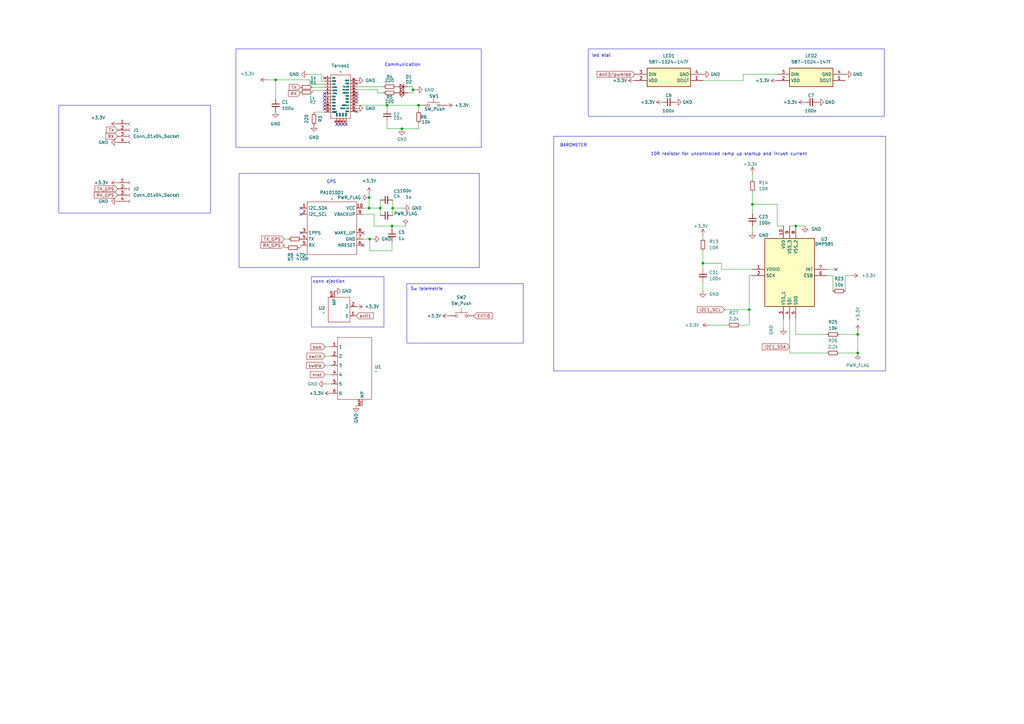
<source format=kicad_sch>
(kicad_sch (version 20250114) (generator "eeschema") (generator_version "9.0")
  (paper "A3")
  (lib_symbols
    (symbol "Connector:Conn_01x04_Socket" (pin_names (offset 1.016) (hide yes))
      (property "Reference" "J" (at 0 5.08 0))
      (property "Value" "Conn_01x04_Socket" (at 0 -7.62 0))
      (symbol "Conn_01x04_Socket_1_1"
        (polyline (pts (xy -1.27 2.54) (xy -0.508 2.54)) (stroke (width 0.1524)))
        (polyline (pts (xy -1.27 0) (xy -0.508 0)) (stroke (width 0.1524)))
        (polyline (pts (xy -1.27 -2.54) (xy -0.508 -2.54)) (stroke (width 0.1524)))
        (polyline (pts (xy -1.27 -5.08) (xy -0.508 -5.08)) (stroke (width 0.1524)))
        (arc (start 0 2.032) (mid -0.5058 2.54) (end 0 3.048) (stroke (width 0.1524)))
        (arc (start 0 -0.508) (mid -0.5058 0) (end 0 0.508) (stroke (width 0.1524)))
        (arc (start 0 -3.048) (mid -0.5058 -2.54) (end 0 -2.032) (stroke (width 0.1524)))
        (arc (start 0 -5.588) (mid -0.5058 -5.08) (end 0 -4.572) (stroke (width 0.1524)))
        (pin passive line (at -5.08 2.54 0) (length 3.81) (name "Pin_1") (number "1"))
        (pin passive line (at -5.08 0 0) (length 3.81) (name "Pin_2") (number "2"))
        (pin passive line (at -5.08 -2.54 0) (length 3.81) (name "Pin_3") (number "3"))
        (pin passive line (at -5.08 -5.08 0) (length 3.81) (name "Pin_4") (number "4"))
      )
    )
    (symbol "Device:C_Small" (pin_numbers (hide yes)) (pin_names (offset 0.254) (hide yes))
      (property "Reference" "C" (at 0.254 1.778 0))
      (property "Value" "C_Small" (at 0.254 -2.032 0))
      (symbol "C_Small_0_1"
        (polyline (pts (xy -1.524 0.508) (xy 1.524 0.508)) (stroke (width 0.3048)))
        (polyline (pts (xy -1.524 -0.508) (xy 1.524 -0.508)) (stroke (width 0.3302)))
      )
      (symbol "C_Small_1_1"
        (pin passive line (at 0 2.54 270) (length 2.032) (name "~") (number "1"))
        (pin passive line (at 0 -2.54 90) (length 2.032) (name "~") (number "2"))
      )
    )
    (symbol "Device:LED_Small" (pin_numbers (hide yes)) (pin_names (offset 0.254) (hide yes))
      (property "Reference" "D" (at -1.27 3.175 0))
      (property "Value" "LED_Small" (at -4.445 -2.54 0))
      (symbol "LED_Small_0_1"
        (polyline (pts (xy -0.762 -1.016) (xy -0.762 1.016)) (stroke (width 0.254)))
        (polyline (pts (xy 0 0.762) (xy -0.508 1.27) (xy -0.254 1.27) (xy -0.508 1.27) (xy -0.508 1.016)))
        (polyline (pts (xy 0.508 1.27) (xy 0 1.778) (xy 0.254 1.778) (xy 0 1.778) (xy 0 1.524)))
        (polyline (pts (xy 0.762 -1.016) (xy -0.762 0) (xy 0.762 1.016) (xy 0.762 -1.016)) (stroke (width 0.254)))
        (polyline (pts (xy 1.016 0) (xy -0.762 0)))
      )
      (symbol "LED_Small_1_1"
        (pin passive line (at -2.54 0 0) (length 1.778) (name "K") (number "1"))
        (pin passive line (at 2.54 0 180) (length 1.778) (name "A") (number "2"))
      )
    )
    (symbol "Device:R_Small" (pin_numbers (hide yes)) (pin_names (offset 0.254) (hide yes))
      (property "Reference" "R" (at 0.762 0.508 0))
      (property "Value" "R_Small" (at 0.762 -1.016 0))
      (symbol "R_Small_0_1"
        (rectangle (start -0.762 1.778) (end 0.762 -1.778) (stroke (width 0.2032)))
      )
      (symbol "R_Small_1_1"
        (pin passive line (at 0 2.54 270) (length 0.762) (name "~") (number "1"))
        (pin passive line (at 0 -2.54 90) (length 0.762) (name "~") (number "2"))
      )
    )
    (symbol "PA1010D:PA1010D"
      (property "Reference" "PA1010D" (at 0 3.048 0))
      (symbol "PA1010D_0_1"
        (rectangle (start -8.89 0) (end 11.43 -21.59))
      )
      (symbol "PA1010D_1_1"
        (pin input line (at -11.43 -2.54 0) (length 2.54) (name "I2C_SDA") (number "1"))
        (pin input line (at -11.43 -5.08 0) (length 2.54) (name "I2C_SCL") (number "2"))
        (pin input line (at -11.43 -12.7 0) (length 2.54) (name "1PPS") (number "3"))
        (pin output line (at -11.43 -15.24 0) (length 2.54) (name "TX") (number "4"))
        (pin input line (at -11.43 -17.78 0) (length 2.54) (name "RX") (number "5"))
        (pin power_in line (at 13.97 -2.54 180) (length 2.54) (name "VCC") (number "10"))
        (pin power_in line (at 13.97 -5.08 180) (length 2.54) (name "VBACKUP") (number "9"))
        (pin input line (at 13.97 -12.7 180) (length 2.54) (name "WAKE_UP") (number "8"))
        (pin power_in line (at 13.97 -15.24 180) (length 2.54) (name "GND") (number "7"))
        (pin input line (at 13.97 -17.78 180) (length 2.54) (name "NRESET") (number "6"))
      )
    )
    (symbol "Switch:SW_Push" (pin_numbers (hide yes)) (pin_names (offset 1.016) (hide yes))
      (property "Reference" "SW" (at 1.27 2.54 0))
      (property "Value" "SW_Push" (at 0 -1.524 0))
      (symbol "SW_Push_0_1"
        (circle (center -2.032 0) (radius 0.508))
        (polyline (pts (xy 0 1.27) (xy 0 3.048)))
        (circle (center 2.032 0) (radius 0.508))
        (polyline (pts (xy 2.54 1.27) (xy -2.54 1.27)))
        (pin passive line (at -5.08 0 0) (length 2.54) (name "1") (number "1"))
        (pin passive line (at 5.08 0 180) (length 2.54) (name "2") (number "2"))
      )
    )
    (symbol "Tarvos III:Tarvos"
      (property "Reference" "Tarvos" (at 0 0 0))
      (symbol "Tarvos_0_1"
        (rectangle (start -3.81 -1.27) (end 4.318 -19.05))
      )
      (symbol "Tarvos_1_1"
        (pin input line (at -6.35 -2.54 0) (length 2.54) (name "ANT") (number "1"))
        (pin input line (at -6.35 -3.81 0) (length 2.54) (name "GND") (number "2"))
        (pin input line (at -6.35 -5.08 0) (length 2.54) (name "VCC") (number "3"))
        (pin input line (at -6.35 -6.35 0) (length 2.54) (name "UTXD") (number "4"))
        (pin input line (at -6.35 -7.62 0) (length 2.54) (name "URXD") (number "5"))
        (pin input line (at -6.35 -8.89 0) (length 2.54) (name "/RTS") (number "6"))
        (pin input line (at -6.35 -10.16 0) (length 2.54) (name "RSV") (number "7"))
        (pin input line (at -6.35 -11.43 0) (length 2.54) (name "RSV") (number "8"))
        (pin input line (at -6.35 -12.7 0) (length 2.54) (name "RSV") (number "9"))
        (pin input line (at -6.35 -13.97 0) (length 2.54) (name "RSV") (number "10"))
        (pin input line (at -6.35 -15.24 0) (length 2.54) (name "RSV") (number "11"))
        (pin input line (at -6.35 -16.51 0) (length 2.54) (name "BOOT") (number "12"))
        (pin input line (at -1.27 -21.59 90) (length 2.54) (name "TEST") (number "i1"))
        (pin input line (at 0 -21.59 90) (length 2.54) (name "TEST") (number "i2"))
        (pin input line (at 1.27 -21.59 90) (length 2.54) (name "TEST") (number "i3"))
        (pin input line (at 2.54 -21.59 90) (length 2.54) (name "TEST") (number "i4"))
        (pin input line (at 6.858 -3.556 180) (length 2.54) (name "GND") (number "23"))
        (pin input line (at 6.858 -4.826 180) (length 2.54) (name "RSV") (number "22"))
        (pin input line (at 6.858 -6.096 180) (length 2.54) (name "TX_IND") (number "21"))
        (pin input line (at 6.858 -7.366 180) (length 2.54) (name "RX_IND") (number "20"))
        (pin input line (at 6.858 -8.636 180) (length 2.54) (name "/RESET") (number "19"))
        (pin input line (at 6.858 -9.906 180) (length 2.54) (name "RSV") (number "18"))
        (pin input line (at 6.858 -11.176 180) (length 2.54) (name "RSV") (number "17"))
        (pin input line (at 6.858 -12.446 180) (length 2.54) (name "RSV") (number "16"))
        (pin input line (at 6.858 -13.716 180) (length 2.54) (name "MODE_1") (number "15"))
        (pin input line (at 6.858 -14.986 180) (length 2.54) (name "WAKE-UP") (number "14"))
        (pin input line (at 6.858 -16.256 180) (length 2.54) (name "RSV") (number "13"))
      )
    )
    (symbol "bmp581:BMP581"
      (property "Reference" "U" (at 26.67 17.78 0))
      (property "Value" "BMP581" (at 26.67 15.24 0))
      (symbol "BMP581_1_1"
        (rectangle (start 5.08 12.7) (end 25.4 -15.24) (stroke (width 0.254)) (fill (type background)))
        (pin passive line (at 0 0 0) (length 5.08) (name "VDDIO") (number "1"))
        (pin passive line (at 0 -2.54 0) (length 5.08) (name "SCK") (number "2"))
        (pin passive line (at 12.7 17.78 270) (length 5.08) (name "VDD") (number "10"))
        (pin passive line (at 12.7 -20.32 90) (length 5.08) (name "VSS_1") (number "3"))
        (pin passive line (at 15.24 17.78 270) (length 5.08) (name "VSS_3") (number "9"))
        (pin passive line (at 15.24 -20.32 90) (length 5.08) (name "SDI") (number "4"))
        (pin passive line (at 17.78 17.78 270) (length 5.08) (name "VSS_2") (number "8"))
        (pin passive line (at 17.78 -20.32 90) (length 5.08) (name "SDO") (number "5"))
        (pin passive line (at 30.48 0 180) (length 5.08) (name "INT") (number "7"))
        (pin passive line (at 30.48 -2.54 180) (length 5.08) (name "CSB") (number "6"))
      )
    )
    (symbol "jst_librairie:bm02B_jst_sh"
      (property "Reference" "U2" (at 6.35 -0.6351 0))
      (property "Value" "~" (at 6.35 1.27 0))
      (symbol "bm02B_jst_sh_0_1"
        (rectangle (start -3.81 5.08) (end 5.08 -5.08))
      )
      (symbol "bm02B_jst_sh_1_1"
        (pin free line (at -6.35 2.54 0) (length 2.54) (name "1") (number "1"))
        (pin free line (at -6.35 -1.27 0) (length 2.54) (name "2") (number "2"))
        (pin free line (at 2.54 -7.62 90) (length 2.54) (name "MP") (number "MP"))
      )
    )
    (symbol "jst_sh_symboles:jst_sh_6pin"
      (property "Reference" "U1" (at 6.35 1.9051 0))
      (property "Value" "~" (at 6.35 0 0))
      (symbol "jst_sh_6pin_0_1"
        (rectangle (start -8.89 13.97) (end 5.08 -11.43))
      )
      (symbol "jst_sh_6pin_1_1"
        (pin free line (at -11.43 10.16 0) (length 2.54) (name "1") (number "1"))
        (pin free line (at -11.43 6.35 0) (length 2.54) (name "2") (number "2"))
        (pin free line (at -11.43 2.54 0) (length 2.54) (name "3") (number "3"))
        (pin free line (at -11.43 -1.27 0) (length 2.54) (name "4") (number "4"))
        (pin free line (at -11.43 -5.08 0) (length 2.54) (name "5") (number "5"))
        (pin free line (at -11.43 -8.89 0) (length 2.54) (name "6") (number "6"))
        (pin free line (at 1.27 -13.97 90) (length 2.54) (name "MP") (number "MP"))
      )
    )
    (symbol "led adressable:587-1024-147F"
      (property "Reference" "LED" (at 24.13 7.62 0))
      (property "Value" "587-1024-147F" (at 24.13 5.08 0))
      (symbol "587-1024-147F_1_1"
        (rectangle (start 5.08 2.54) (end 22.86 -5.08) (stroke (width 0.254)) (fill (type background)))
        (pin passive line (at 0 0 0) (length 5.08) (name "DIN") (number "3"))
        (pin passive line (at 0 -2.54 0) (length 5.08) (name "VDD") (number "2"))
        (pin passive line (at 27.94 0 180) (length 5.08) (name "GND") (number "4"))
        (pin passive line (at 27.94 -2.54 180) (length 5.08) (name "DOUT") (number "1"))
      )
    )
    (symbol "power:+3.3V" (power) (pin_numbers (hide yes)) (pin_names (offset 0) (hide yes))
      (property "Value" "+3.3V" (at 0 3.556 0))
      (symbol "+3.3V_0_1"
        (polyline (pts (xy -0.762 1.27) (xy 0 2.54)))
        (polyline (pts (xy 0 2.54) (xy 0.762 1.27)))
        (polyline (pts (xy 0 0) (xy 0 2.54)))
      )
      (symbol "+3.3V_1_1"
        (pin power_in line (at 0 0 90) (length 0) (name "~") (number "1"))
      )
    )
    (symbol "power:GND" (power) (pin_numbers (hide yes)) (pin_names (offset 0) (hide yes))
      (property "Value" "GND" (at 0 -3.81 0))
      (symbol "GND_0_1"
        (polyline (pts (xy 0 0) (xy 0 -1.27) (xy 1.27 -1.27) (xy 0 -2.54) (xy -1.27 -1.27) (xy 0 -1.27)))
      )
      (symbol "GND_1_1"
        (pin power_in line (at 0 0 270) (length 0) (name "~") (number "1"))
      )
    )
    (symbol "power:PWR_FLAG" (power) (pin_numbers (hide yes)) (pin_names (offset 0) (hide yes))
      (property "Value" "PWR_FLAG" (at 0 3.81 0))
      (symbol "PWR_FLAG_0_0"
        (pin power_out line (at 0 0 90) (length 0) (name "~") (number "1"))
      )
      (symbol "PWR_FLAG_0_1"
        (polyline (pts (xy 0 0) (xy 0 1.27) (xy -1.016 1.905) (xy 0 2.54) (xy 1.016 1.905) (xy 0 1.27)))
      )
    )
  )
  (rectangle (start 24.13 43.18) (end 86.36 87.376))
  (rectangle (start 166.878 116.332) (end 214.63 140.716))
  (rectangle (start 127.762 113.538) (end 157.48 134.112))
  (rectangle (start 96.774 20.066) (end 197.358 60.452))
  (rectangle (start 241.3 20.066) (end 362.712 47.752))
  (rectangle (start 196.596 58.674) (end 196.596 58.674))
  (rectangle (start 98.044 71.12) (end 196.596 109.728))
  (rectangle (start 227.076 55.88) (end 363.22 152.146))
  (text "conn ejection" (at 134.874 115.57 0) (effects (font (size 1.27 1.27))))
  (text "BAROMETER\n" (at 235.204 59.69 0) (effects (font (size 1.27 1.27))))
  (text "Sw telemetrie" (at 175.006 118.618 0) (effects (font (size 1.27 1.27))))
  (text "GPS\n" (at 135.89 74.676 0) (effects (font (size 1.27 1.27))))
  (text "led etat" (at 246.634 22.86 0) (effects (font (size 1.27 1.27))))
  (text "10R resistor for uncontrolled ramp up startup and inrush current" (at 298.958 63.246 0) (effects (font (size 1.27 1.27))))
  (text "Communication" (at 165.1 26.67 0) (effects (font (size 1.27 1.27))))
  (junction (at 155.956 85.344))
  (junction (at 164.846 52.832))
  (junction (at 113.03 32.766))
  (junction (at 151.384 81.026))
  (junction (at 151.638 98.044))
  (junction (at 169.418 36.83))
  (junction (at 151.384 85.344))
  (junction (at 351.79 137.16))
  (junction (at 351.79 144.78))
  (junction (at 171.704 43.18))
  (junction (at 308.61 83.82))
  (junction (at 160.782 92.71))
  (junction (at 158.75 43.18))
  (junction (at 161.036 85.344))
  (junction (at 288.29 107.95))
  (junction (at 307.34 127))
  (junction (at 326.39 92.71))
  (no_connect (at 133.096 32.004))
  (no_connect (at 146.304 34.29))
  (no_connect (at 133.096 42.164))
  (no_connect (at 133.096 43.434))
  (no_connect (at 123.444 95.504))
  (no_connect (at 123.444 87.884))
  (no_connect (at 123.444 85.344))
  (no_connect (at 140.716 51.054))
  (no_connect (at 146.304 39.37))
  (no_connect (at 148.844 100.584))
  (no_connect (at 133.096 39.624))
  (no_connect (at 139.446 51.054))
  (no_connect (at 342.9 110.49))
  (no_connect (at 146.304 45.72))
  (no_connect (at 138.176 51.054))
  (no_connect (at 146.304 40.64))
  (no_connect (at 146.304 38.1))
  (no_connect (at 133.096 40.894))
  (no_connect (at 148.844 95.504))
  (no_connect (at 133.096 38.354))
  (no_connect (at 141.986 51.054))
  (no_connect (at 146.304 41.91))
  (no_connect (at 133.096 44.704))
  (wire (pts (xy 288.29 96.52) (xy 288.29 97.79)))
  (wire (pts (xy 151.638 98.044) (xy 148.844 98.044)))
  (wire (pts (xy 288.29 115.57) (xy 288.29 119.38)))
  (wire (pts (xy 135.89 149.86) (xy 133.35 149.86)))
  (wire (pts (xy 152.908 98.044) (xy 151.638 98.044)))
  (wire (pts (xy 113.03 32.766) (xy 113.03 40.64)))
  (wire (pts (xy 326.39 92.71) (xy 330.2 92.71)))
  (wire (pts (xy 155.956 82.042) (xy 155.956 85.344)))
  (wire (pts (xy 295.91 107.95) (xy 288.29 107.95)))
  (wire (pts (xy 151.638 102.87) (xy 160.782 102.87)))
  (wire (pts (xy 308.61 110.49) (xy 295.91 110.49)))
  (wire (pts (xy 161.036 82.042) (xy 161.036 85.344)))
  (wire (pts (xy 158.75 52.832) (xy 164.846 52.832)))
  (wire (pts (xy 171.704 43.18) (xy 171.704 45.466)))
  (wire (pts (xy 341.63 119.38) (xy 341.63 113.03)))
  (wire (pts (xy 323.85 130.81) (xy 323.85 144.78)))
  (wire (pts (xy 346.71 113.03) (xy 349.25 113.03)))
  (wire (pts (xy 308.61 92.71) (xy 308.61 95.25)))
  (wire (pts (xy 288.29 33.02) (xy 304.8 33.02)))
  (wire (pts (xy 128.778 45.974) (xy 128.778 46.228)))
  (wire (pts (xy 167.386 35.56) (xy 169.418 35.56)))
  (wire (pts (xy 127 32.766) (xy 127 34.544)))
  (wire (pts (xy 295.91 110.49) (xy 295.91 107.95)))
  (wire (pts (xy 148.844 87.884) (xy 153.416 87.884)))
  (wire (pts (xy 170.688 36.83) (xy 169.418 36.83)))
  (wire (pts (xy 160.782 102.87) (xy 160.782 99.06)))
  (wire (pts (xy 160.782 92.71) (xy 166.37 92.71)))
  (wire (pts (xy 135.89 146.05) (xy 133.35 146.05)))
  (wire (pts (xy 116.586 101.6) (xy 116.586 100.584)))
  (wire (pts (xy 290.83 133.35) (xy 298.45 133.35)))
  (wire (pts (xy 321.31 130.81) (xy 321.31 134.62)))
  (wire (pts (xy 131.826 30.48) (xy 131.826 33.274)))
  (wire (pts (xy 323.85 144.78) (xy 339.09 144.78)))
  (wire (pts (xy 126.238 30.48) (xy 131.826 30.48)))
  (wire (pts (xy 169.418 35.56) (xy 169.418 36.83)))
  (wire (pts (xy 154.94 38.1) (xy 154.94 36.83)))
  (wire (pts (xy 318.77 83.82) (xy 308.61 83.82)))
  (wire (pts (xy 131.826 33.274) (xy 133.096 33.274)))
  (wire (pts (xy 161.036 85.344) (xy 161.036 88.392)))
  (wire (pts (xy 308.61 83.82) (xy 308.61 87.63)))
  (wire (pts (xy 321.31 92.71) (xy 318.77 92.71)))
  (wire (pts (xy 288.29 107.95) (xy 288.29 110.49)))
  (wire (pts (xy 307.34 113.03) (xy 307.34 127)))
  (wire (pts (xy 164.846 52.832) (xy 171.704 52.832)))
  (wire (pts (xy 148.844 85.344) (xy 151.384 85.344)))
  (wire (pts (xy 158.75 43.18) (xy 171.704 43.18)))
  (wire (pts (xy 303.53 133.35) (xy 307.34 133.35)))
  (wire (pts (xy 135.89 142.24) (xy 133.35 142.24)))
  (wire (pts (xy 307.34 127) (xy 297.18 127)))
  (wire (pts (xy 133.096 45.974) (xy 128.778 45.974)))
  (wire (pts (xy 171.704 52.832) (xy 171.704 50.546)))
  (wire (pts (xy 155.956 85.344) (xy 155.956 88.392)))
  (wire (pts (xy 157.226 35.56) (xy 146.304 35.56)))
  (wire (pts (xy 153.416 87.884) (xy 153.416 92.71)))
  (wire (pts (xy 151.638 98.044) (xy 151.638 102.87)))
  (wire (pts (xy 151.384 79.502) (xy 151.384 81.026)))
  (wire (pts (xy 123.19 38.354) (xy 123.19 37.846)))
  (wire (pts (xy 341.63 113.03) (xy 339.09 113.03)))
  (wire (pts (xy 344.17 144.78) (xy 351.79 144.78)))
  (wire (pts (xy 326.39 130.81) (xy 326.39 137.16)))
  (wire (pts (xy 117.602 101.6) (xy 116.586 101.6)))
  (wire (pts (xy 304.8 30.48) (xy 318.77 30.48)))
  (wire (pts (xy 153.416 92.71) (xy 160.782 92.71)))
  (wire (pts (xy 169.418 36.83) (xy 169.418 38.1)))
  (wire (pts (xy 123.444 101.6) (xy 123.444 100.584)))
  (wire (pts (xy 113.03 32.766) (xy 127 32.766)))
  (wire (pts (xy 326.39 137.16) (xy 339.09 137.16)))
  (wire (pts (xy 308.61 71.12) (xy 308.61 73.66)))
  (wire (pts (xy 158.75 43.18) (xy 158.75 44.704)))
  (wire (pts (xy 171.704 43.18) (xy 172.72 43.18)))
  (wire (pts (xy 308.61 78.74) (xy 308.61 83.82)))
  (wire (pts (xy 167.386 38.1) (xy 169.418 38.1)))
  (wire (pts (xy 148.59 166.37) (xy 146.05 166.37)))
  (wire (pts (xy 339.09 110.49) (xy 342.9 110.49)))
  (wire (pts (xy 323.85 92.71) (xy 326.39 92.71)))
  (wire (pts (xy 157.226 38.1) (xy 154.94 38.1)))
  (wire (pts (xy 304.8 33.02) (xy 304.8 30.48)))
  (wire (pts (xy 122.682 101.6) (xy 123.444 101.6)))
  (wire (pts (xy 116.586 98.044) (xy 118.364 98.044)))
  (wire (pts (xy 160.782 92.71) (xy 160.782 93.98)))
  (wire (pts (xy 109.474 32.766) (xy 113.03 32.766)))
  (wire (pts (xy 351.79 137.16) (xy 351.79 135.89)))
  (wire (pts (xy 288.29 102.87) (xy 288.29 107.95)))
  (wire (pts (xy 161.036 85.344) (xy 165.354 85.344)))
  (wire (pts (xy 346.71 119.38) (xy 346.71 113.03)))
  (wire (pts (xy 128.27 37.084) (xy 128.27 37.846)))
  (wire (pts (xy 351.79 144.78) (xy 351.79 137.16)))
  (wire (pts (xy 158.75 49.784) (xy 158.75 52.832)))
  (wire (pts (xy 151.384 85.344) (xy 155.956 85.344)))
  (wire (pts (xy 307.34 133.35) (xy 307.34 127)))
  (wire (pts (xy 151.384 81.026) (xy 151.384 85.344)))
  (wire (pts (xy 128.27 35.814) (xy 133.096 35.814)))
  (wire (pts (xy 308.61 113.03) (xy 307.34 113.03)))
  (wire (pts (xy 127 34.544) (xy 133.096 34.544)))
  (wire (pts (xy 133.096 37.084) (xy 128.27 37.084)))
  (wire (pts (xy 318.77 92.71) (xy 318.77 83.82)))
  (wire (pts (xy 135.89 157.48) (xy 133.35 157.48)))
  (wire (pts (xy 146.304 43.18) (xy 158.75 43.18)))
  (wire (pts (xy 154.94 36.83) (xy 146.304 36.83)))
  (wire (pts (xy 135.89 153.67) (xy 133.35 153.67)))
  (wire (pts (xy 344.17 137.16) (xy 351.79 137.16)))
  (global_label "exti3{slash}pwmled" (shape input) (at 260.35 30.48 180) (property "Intersheetrefs" "${INTERSHEET_REFS}" (effects (hide yes))))
  (global_label "RX" (shape input) (at 48.26 55.88 180) (property "Intersheetrefs" "${INTERSHEET_REFS}" (effects (hide yes))))
  (global_label "RX_GPS" (shape input) (at 48.26 80.01 180) (property "Intersheetrefs" "${INTERSHEET_REFS}" (effects (hide yes))))
  (global_label "TX_GPS" (shape input) (at 48.26 77.47 180) (property "Intersheetrefs" "${INTERSHEET_REFS}" (effects (hide yes))))
  (global_label "I2C1_SCL" (shape input) (at 297.18 127 180) (property "Intersheetrefs" "${INTERSHEET_REFS}" (effects (hide yes))))
  (global_label "TX_GPS" (shape input) (at 116.586 98.044 180) (property "Intersheetrefs" "${INTERSHEET_REFS}" (effects (hide yes))))
  (global_label "swclk" (shape input) (at 133.35 146.05 180) (property "Intersheetrefs" "${INTERSHEET_REFS}" (effects (hide yes))))
  (global_label "TX" (shape input) (at 123.19 35.814 180) (property "Intersheetrefs" "${INTERSHEET_REFS}" (effects (hide yes))))
  (global_label "RX" (shape input) (at 123.19 38.354 180) (property "Intersheetrefs" "${INTERSHEET_REFS}" (effects (hide yes))))
  (global_label "nrst" (shape input) (at 133.35 153.67 180) (property "Intersheetrefs" "${INTERSHEET_REFS}" (effects (hide yes))))
  (global_label "swdio" (shape input) (at 133.35 149.86 180) (property "Intersheetrefs" "${INTERSHEET_REFS}" (effects (hide yes))))
  (global_label "exti1" (shape input) (at 146.05 129.54 0) (property "Intersheetrefs" "${INTERSHEET_REFS}" (effects (hide yes))))
  (global_label "swo" (shape input) (at 133.35 142.24 180) (property "Intersheetrefs" "${INTERSHEET_REFS}" (effects (hide yes))))
  (global_label "EXTI0" (shape input) (at 194.31 129.54 0) (property "Intersheetrefs" "${INTERSHEET_REFS}" (effects (hide yes))))
  (global_label "I2C1_SDA" (shape input) (at 323.85 142.24 180) (property "Intersheetrefs" "${INTERSHEET_REFS}" (effects (hide yes))))
  (global_label "RX_GPS" (shape input) (at 116.586 100.584 180) (property "Intersheetrefs" "${INTERSHEET_REFS}" (effects (hide yes))))
  (global_label "TX" (shape input) (at 48.26 53.34 180) (property "Intersheetrefs" "${INTERSHEET_REFS}" (effects (hide yes))))
  (symbol (lib_id "Device:LED_Small") (at 164.846 35.56 180) (unit 1)
    (property "Reference" "D1" (at 167.64 31.496 0))
    (property "Value" "LED_Small" (effects (hide yes)))
    (property "Footprint" "LED_SMD:LED_0603_1608Metric" (effects (hide yes)))
    (property "Description" "Light emitting diode, small symbol" (effects (hide yes)))
  )
  (symbol (lib_id "Tarvos III:Tarvos") (at 139.446 29.464 0) (unit 1)
    (property "Reference" "Tarvos1" (at 139.7 26.924 0))
    (property "Value" "~" (at 139.7 29.464 0))
    (property "Footprint" "tarvos:Tarvos III" (effects (hide yes)))
  )
  (symbol (lib_id "power:GND") (at 164.846 52.832 0) (unit 1)
    (property "Reference" "#PWR07" (effects (hide yes)))
    (property "Value" "GND" (at 164.846 57.15 0))
    (property "Description" "Power symbol creates a global label with name \"GND\" , ground" (effects (hide yes)))
  )
  (symbol (lib_id "bmp581:BMP581") (at 308.61 110.49 0) (unit 1)
    (property "Reference" "U3" (at 338.074 98.044 0))
    (property "Value" "BMP581" (at 338.074 100.076 0))
    (property "Footprint" "bmp581:BMP581" (effects (hide yes)))
    (property "Datasheet" "https://www.bosch-sensortec.com/media/boschsensortec/downloads/datasheets/bst-bmp581-ds004.pdf" (effects (hide yes)))
    (property "Description" "Pressure Sensor 4.35PSI ~ 18.13PSI (30kPa ~ 125kPa) Absolute 10-WFLGA" (effects (hide yes)))
    (property "Height" "0.8" (effects (hide yes)))
    (property "Manufacturer_Name" "BOSCH" (effects (hide yes)))
    (property "Manufacturer_Part_Number" "BMP581" (effects (hide yes)))
    (property "Mouser Part Number" "262-BMP581" (effects (hide yes)))
    (property "Mouser Price/Stock" "https://www.mouser.co.uk/ProductDetail/Bosch-Sensortec/BMP581?qs=Li%252BoUPsLEntPL9tlFmcgXg%3D%3D" (effects (hide yes)))
    (property "Arrow Part Number" "BMP581" (effects (hide yes)))
    (property "Arrow Price/Stock" "https://www.arrow.com/en/products/bmp581/bosch?utm_currency=USD&region=nac" (effects (hide yes)))
  )
  (symbol (lib_id "Device:R_Small") (at 125.73 37.846 90) (unit 1)
    (property "Reference" "R2" (at 128.27 41.91 90))
    (property "Value" "1k" (at 128.016 40.132 90))
    (property "Footprint" "Resistor_SMD:R_0402_1005Metric" (effects (hide yes)))
    (property "Description" "Resistor, small symbol" (effects (hide yes)))
  )
  (symbol (lib_id "Device:R_Small") (at 308.61 76.2 0) (unit 1)
    (property "Reference" "R14" (at 311.15 74.9299 0) (effects (justify left)))
    (property "Value" "10R" (at 311.15 77.4699 0) (effects (justify left)))
    (property "Footprint" "Resistor_SMD:R_0402_1005Metric_Pad0.72x0.64mm_HandSolder" (effects (hide yes)))
    (property "Description" "Resistor, small symbol" (effects (hide yes)))
  )
  (symbol (lib_id "Device:R_Small") (at 125.73 35.814 90) (unit 1)
    (property "Reference" "R1" (at 128.524 33.782 90))
    (property "Value" "1k" (at 128.524 32.004 90))
    (property "Footprint" "Resistor_SMD:R_0402_1005Metric" (effects (hide yes)))
    (property "Description" "Resistor, small symbol" (effects (hide yes)))
  )
  (symbol (lib_id "Switch:SW_Push") (at 189.23 129.54 0) (unit 1)
    (property "Reference" "SW2" (at 189.23 121.92 0))
    (property "Value" "SW_Push" (at 189.23 124.46 0))
    (property "Footprint" "Button_Switch_SMD:SW_Push_1P1T_NO_CK_PTS125Sx43PSMTR" (effects (hide yes)))
    (property "Description" "Push button switch, generic, two pins" (effects (hide yes)))
  )
  (symbol (lib_id "Device:LED_Small") (at 164.846 38.1 180) (unit 1)
    (property "Reference" "D2" (at 167.64 33.528 0))
    (property "Value" "LED_Small" (effects (hide yes)))
    (property "Footprint" "LED_SMD:LED_0603_1608Metric" (effects (hide yes)))
    (property "Description" "Light emitting diode, small symbol" (effects (hide yes)))
  )
  (symbol (lib_id "Device:C_Small") (at 274.32 41.91 90) (unit 1)
    (property "Reference" "C6" (at 275.59 39.116 90) (effects (justify left)))
    (property "Value" "100n" (at 276.606 45.466 90) (effects (justify left)))
    (property "Footprint" "Capacitor_SMD:C_0402_1005Metric" (effects (hide yes)))
    (property "Description" "Unpolarized capacitor, small symbol" (effects (hide yes)))
  )
  (symbol (lib_id "Device:R_Small") (at 171.704 48.006 180) (unit 1)
    (property "Reference" "R6" (at 173.736 48.006 0))
    (property "Value" "10k" (at 174.752 50.038 0))
    (property "Footprint" "Resistor_SMD:R_0402_1005Metric" (effects (hide yes)))
    (property "Description" "Resistor, small symbol" (effects (hide yes)))
  )
  (symbol (lib_id "Device:R_Small") (at 159.766 38.1 90) (unit 1)
    (property "Reference" "R5" (at 159.766 39.878 90))
    (property "Value" "220" (at 159.766 41.656 90))
    (property "Footprint" "Resistor_SMD:R_0402_1005Metric" (effects (hide yes)))
    (property "Description" "Resistor, small symbol" (effects (hide yes)))
  )
  (symbol (lib_id "power:+3.3V") (at 308.61 71.12 0) (unit 1)
    (property "Reference" "#PWR048" (effects (hide yes)))
    (property "Value" "+3.3V" (at 304.8 67.31 0) (effects (justify left)))
    (property "Description" "Power symbol creates a global label with name \"+3.3V\"" (effects (hide yes)))
  )
  (symbol (lib_id "power:+3.3V") (at 146.05 125.73 270) (unit 1)
    (property "Reference" "#PWR040" (effects (hide yes)))
    (property "Value" "+3.3V" (at 149.606 125.7299 90) (effects (justify left)))
    (property "Description" "Power symbol creates a global label with name \"+3.3V\"" (effects (hide yes)))
  )
  (symbol (lib_id "Switch:SW_Push") (at 177.8 43.18 0) (unit 1)
    (property "Reference" "SW1" (at 178.054 39.37 0))
    (property "Value" "SW_Push" (at 178.308 44.704 0))
    (property "Footprint" "Connector_PinHeader_1.00mm:PinHeader_1x02_P1.00mm_Horizontal" (effects (hide yes)))
    (property "Description" "Push button switch, generic, two pins" (effects (hide yes)))
  )
  (symbol (lib_id "power:PWR_FLAG") (at 351.79 144.78 180) (unit 1)
    (property "Reference" "#FLG03" (effects (hide yes)))
    (property "Value" "PWR_FLAG" (at 351.79 149.86 0))
    (property "Description" "Special symbol for telling ERC where power comes from" (effects (hide yes)))
  )
  (symbol (lib_id "Device:C_Small") (at 332.74 41.91 90) (unit 1)
    (property "Reference" "C7" (at 334.01 39.116 90) (effects (justify left)))
    (property "Value" "100n" (at 335.026 45.466 90) (effects (justify left)))
    (property "Footprint" "Capacitor_SMD:C_0402_1005Metric" (effects (hide yes)))
    (property "Description" "Unpolarized capacitor, small symbol" (effects (hide yes)))
  )
  (symbol (lib_id "power:+3.3V") (at 151.384 79.502 0) (unit 1)
    (property "Reference" "#PWR010" (effects (hide yes)))
    (property "Value" "+3.3V" (at 151.384 74.168 0))
    (property "Description" "Power symbol creates a global label with name \"+3.3V\"" (effects (hide yes)))
  )
  (symbol (lib_id "power:+3.3V") (at 135.89 161.29 90) (unit 1)
    (property "Reference" "#PWR054" (effects (hide yes)))
    (property "Value" "+3.3V" (at 129.794 161.29 90))
    (property "Description" "Power symbol creates a global label with name \"+3.3V\"" (effects (hide yes)))
  )
  (symbol (lib_id "Device:C_Small") (at 160.782 96.52 0) (unit 1)
    (property "Reference" "C5" (at 163.322 95.2562 0) (effects (justify left)))
    (property "Value" "1u" (at 163.322 97.7962 0) (effects (justify left)))
    (property "Footprint" "Capacitor_SMD:C_0402_1005Metric_Pad0.74x0.62mm_HandSolder" (effects (hide yes)))
    (property "Description" "Unpolarized capacitor, small symbol" (effects (hide yes)))
  )
  (symbol (lib_id "Connector:Conn_01x04_Socket") (at 53.34 53.34 0) (unit 1)
    (property "Reference" "J1" (at 54.61 53.3399 0) (effects (justify left)))
    (property "Value" "Conn_01x04_Socket" (at 54.61 55.8799 0) (effects (justify left)))
    (property "Footprint" "Connector_JST:JST_SH_BM04B-SRSS-TB_1x04-1MP_P1.00mm_Vertical" (effects (hide yes)))
    (property "Description" "Generic connector, single row, 01x04, script generated" (effects (hide yes)))
  )
  (symbol (lib_id "Device:R_Small") (at 288.29 100.33 0) (unit 1)
    (property "Reference" "R13" (at 290.83 99.0599 0) (effects (justify left)))
    (property "Value" "10R" (at 290.83 101.5999 0) (effects (justify left)))
    (property "Footprint" "Resistor_SMD:R_0402_1005Metric_Pad0.72x0.64mm_HandSolder" (effects (hide yes)))
    (property "Description" "Resistor, small symbol" (effects (hide yes)))
  )
  (symbol (lib_id "power:+3.3V") (at 182.88 43.18 270) (unit 1)
    (property "Reference" "#PWR09" (effects (hide yes)))
    (property "Value" "+3.3V" (at 186.436 43.1799 90) (effects (justify left)))
    (property "Description" "Power symbol creates a global label with name \"+3.3V\"" (effects (hide yes)))
  )
  (symbol (lib_id "Device:R_Small") (at 128.778 48.768 180) (unit 1)
    (property "Reference" "R3" (at 131.318 48.768 90))
    (property "Value" "220" (at 125.73 48.768 90))
    (property "Footprint" "Resistor_SMD:R_0402_1005Metric" (effects (hide yes)))
    (property "Description" "Resistor, small symbol" (effects (hide yes)))
  )
  (symbol (lib_id "Device:R_Small") (at 120.142 101.6 90) (unit 1)
    (property "Reference" "R7" (at 119.126 106.426 90))
    (property "Value" "470R" (at 123.952 106.172 90))
    (property "Footprint" "Resistor_SMD:R_0402_1005Metric" (effects (hide yes)))
    (property "Description" "Resistor, small symbol" (effects (hide yes)))
  )
  (symbol (lib_id "Device:R_Small") (at 300.99 133.35 90) (unit 1)
    (property "Reference" "R27" (at 300.99 128.27 90))
    (property "Value" "2.2k" (at 300.99 130.81 90))
    (property "Footprint" "Resistor_SMD:R_0402_1005Metric_Pad0.72x0.64mm_HandSolder" (effects (hide yes)))
    (property "Description" "Resistor, small symbol" (effects (hide yes)))
  )
  (symbol (lib_id "Device:R_Small") (at 120.904 98.044 90) (unit 1)
    (property "Reference" "R8" (at 119.126 104.648 90))
    (property "Value" "470r" (at 123.698 104.648 90))
    (property "Footprint" "Resistor_SMD:R_0402_1005Metric" (effects (hide yes)))
    (property "Description" "Resistor, small symbol" (effects (hide yes)))
  )
  (symbol (lib_id "power:+3.3V") (at 48.26 74.93 90) (unit 1)
    (property "Reference" "#PWR015" (effects (hide yes)))
    (property "Value" "+3.3V" (at 44.45 74.9299 90) (effects (justify left)))
    (property "Description" "Power symbol creates a global label with name \"+3.3V\"" (effects (hide yes)))
  )
  (symbol (lib_id "PA1010D:PA1010D") (at 134.874 82.804 0) (unit 1)
    (property "Reference" "PA1010D1" (at 136.144 78.994 0))
    (property "Value" "~" (at 136.144 81.534 0))
    (property "Footprint" "pa1010d:PA1010D" (effects (hide yes)))
  )
  (symbol (lib_id "Device:C_Small") (at 113.03 43.18 0) (unit 1)
    (property "Reference" "C1" (at 115.57 41.9162 0) (effects (justify left)))
    (property "Value" "100u" (at 115.57 44.4562 0) (effects (justify left)))
    (property "Footprint" "Capacitor_SMD:C_1206_3216Metric" (effects (hide yes)))
    (property "Description" "Unpolarized capacitor, small symbol" (effects (hide yes)))
  )
  (symbol (lib_id "power:+3.3V") (at 290.83 133.35 90) (unit 1)
    (property "Reference" "#PWR047" (effects (hide yes)))
    (property "Value" "+3.3V" (at 286.766 133.35 90) (effects (justify left)))
    (property "Description" "Power symbol creates a global label with name \"+3.3V\"" (effects (hide yes)))
  )
  (symbol (lib_id "power:GND") (at 133.35 157.48 270) (unit 1)
    (property "Reference" "#PWR043" (effects (hide yes)))
    (property "Value" "GND" (at 128.27 157.48 90))
    (property "Description" "Power symbol creates a global label with name \"GND\" , ground" (effects (hide yes)))
  )
  (symbol (lib_id "power:GND") (at 152.908 98.044 90) (unit 1)
    (property "Reference" "#PWR011" (effects (hide yes)))
    (property "Value" "GND" (at 156.464 98.0439 90) (effects (justify right)))
    (property "Description" "Power symbol creates a global label with name \"GND\" , ground" (effects (hide yes)))
  )
  (symbol (lib_id "power:+3.3V") (at 288.29 96.52 0) (unit 1)
    (property "Reference" "#PWR045" (effects (hide yes)))
    (property "Value" "+3.3V" (at 284.48 92.71 0) (effects (justify left)))
    (property "Description" "Power symbol creates a global label with name \"+3.3V\"" (effects (hide yes)))
  )
  (symbol (lib_id "Device:R_Small") (at 341.63 137.16 90) (unit 1)
    (property "Reference" "R25" (at 341.63 132.08 90))
    (property "Value" "10k" (at 341.63 134.62 90))
    (property "Footprint" "Resistor_SMD:R_0402_1005Metric_Pad0.72x0.64mm_HandSolder" (effects (hide yes)))
    (property "Description" "Resistor, small symbol" (effects (hide yes)))
  )
  (symbol (lib_id "power:GND") (at 276.86 41.91 90) (unit 1)
    (property "Reference" "#PWR035" (effects (hide yes)))
    (property "Value" "GND" (at 281.94 41.91 90))
    (property "Description" "Power symbol creates a global label with name \"GND\" , ground" (effects (hide yes)))
  )
  (symbol (lib_id "Device:C_Small") (at 158.75 47.244 0) (unit 1)
    (property "Reference" "C2" (at 161.29 46.99 0) (effects (justify left)))
    (property "Value" "10n" (at 161.29 48.5202 0) (effects (justify left)))
    (property "Footprint" "Capacitor_SMD:C_0402_1005Metric" (effects (hide yes)))
    (property "Description" "Unpolarized capacitor, small symbol" (effects (hide yes)))
  )
  (symbol (lib_id "Device:R_Small") (at 344.17 119.38 270) (unit 1)
    (property "Reference" "R23" (at 344.17 114.3 90))
    (property "Value" "10k" (at 344.17 116.84 90))
    (property "Footprint" "Resistor_SMD:R_0402_1005Metric_Pad0.72x0.64mm_HandSolder" (effects (hide yes)))
    (property "Description" "Resistor, small symbol" (effects (hide yes)))
  )
  (symbol (lib_id "Device:C_Small") (at 158.496 88.392 90) (unit 1)
    (property "Reference" "C4" (at 164.084 80.518 90) (effects (justify left)))
    (property "Value" "1u" (at 168.91 80.772 90) (effects (justify left)))
    (property "Footprint" "Capacitor_SMD:C_0402_1005Metric" (effects (hide yes)))
    (property "Description" "Unpolarized capacitor, small symbol" (effects (hide yes)))
  )
  (symbol (lib_id "Device:R_Small") (at 341.63 144.78 90) (unit 1)
    (property "Reference" "R26" (at 341.63 139.7 90))
    (property "Value" "2.2k" (at 341.63 142.24 90))
    (property "Footprint" "Resistor_SMD:R_0402_1005Metric_Pad0.72x0.64mm_HandSolder" (effects (hide yes)))
    (property "Description" "Resistor, small symbol" (effects (hide yes)))
  )
  (symbol (lib_id "Device:R_Small") (at 159.766 35.56 90) (unit 1)
    (property "Reference" "R4" (at 159.766 31.496 90))
    (property "Value" "220" (at 159.766 33.02 90))
    (property "Footprint" "Resistor_SMD:R_0402_1005Metric" (effects (hide yes)))
    (property "Description" "Resistor, small symbol" (effects (hide yes)))
  )
  (symbol (lib_id "power:GND") (at 113.03 45.72 0) (unit 1)
    (property "Reference" "#PWR02" (effects (hide yes)))
    (property "Value" "GND" (at 113.03 50.8 0))
    (property "Description" "Power symbol creates a global label with name \"GND\" , ground" (effects (hide yes)))
  )
  (symbol (lib_id "power:+3.3V") (at 109.474 32.766 90) (unit 1)
    (property "Reference" "#PWR01" (effects (hide yes)))
    (property "Value" "+3.3V" (at 104.394 30.226 90) (effects (justify left)))
    (property "Description" "Power symbol creates a global label with name \"+3.3V\"" (effects (hide yes)))
  )
  (symbol (lib_id "power:PWR_FLAG") (at 151.384 81.026 90) (unit 1)
    (property "Reference" "#FLG01" (effects (hide yes)))
    (property "Value" "PWR_FLAG" (at 148.082 81.0259 90) (effects (justify left)))
    (property "Description" "Special symbol for telling ERC where power comes from" (effects (hide yes)))
  )
  (symbol (lib_id "power:GND") (at 308.61 95.25 0) (unit 1)
    (property "Reference" "#PWR049" (effects (hide yes)))
    (property "Value" "GND" (at 311.15 96.5199 0) (effects (justify left)))
    (property "Description" "Power symbol creates a global label with name \"GND\" , ground" (effects (hide yes)))
  )
  (symbol (lib_id "power:GND") (at 126.238 30.48 270) (unit 1)
    (property "Reference" "#PWR03" (effects (hide yes)))
    (property "Value" "GND" (at 122.682 30.4799 90) (effects (justify right)))
    (property "Description" "Power symbol creates a global label with name \"GND\" , ground" (effects (hide yes)))
  )
  (symbol (lib_id "power:GND") (at 165.354 85.344 90) (unit 1)
    (property "Reference" "#PWR012" (effects (hide yes)))
    (property "Value" "GND" (at 168.91 85.3439 90) (effects (justify right)))
    (property "Description" "Power symbol creates a global label with name \"GND\" , ground" (effects (hide yes)))
  )
  (symbol (lib_id "jst_sh_symboles:jst_sh_6pin") (at 147.32 152.4 0) (unit 1)
    (property "Reference" "U1" (at 153.67 150.4949 0) (effects (justify left)))
    (property "Value" "~" (at 153.67 152.4 0) (effects (justify left)))
    (property "Footprint" "Connector_JST:JST_SH_BM06B-SRSS-TB_1x06-1MP_P1.00mm_Vertical" (effects (hide yes)))
  )
  (symbol (lib_id "power:GND") (at 321.31 134.62 0) (unit 1)
    (property "Reference" "#PWR050" (effects (hide yes)))
    (property "Value" "GND" (at 316.23 137.414 90) (effects (justify left)))
    (property "Description" "Power symbol creates a global label with name \"GND\" , ground" (effects (hide yes)))
  )
  (symbol (lib_id "power:+3.3V") (at 260.35 33.02 90) (unit 1)
    (property "Reference" "#PWR032" (effects (hide yes)))
    (property "Value" "+3.3V" (at 254.254 33.02 90))
    (property "Description" "Power symbol creates a global label with name \"+3.3V\"" (effects (hide yes)))
  )
  (symbol (lib_id "power:GND") (at 288.29 119.38 0) (unit 1)
    (property "Reference" "#PWR046" (effects (hide yes)))
    (property "Value" "GND" (at 290.83 120.6499 0) (effects (justify left)))
    (property "Description" "Power symbol creates a global label with name \"GND\" , ground" (effects (hide yes)))
  )
  (symbol (lib_id "power:GND") (at 146.05 166.37 0) (unit 1)
    (property "Reference" "#PWR042" (effects (hide yes)))
    (property "Value" "GND" (at 146.05 171.45 90))
    (property "Description" "Power symbol creates a global label with name \"GND\" , ground" (effects (hide yes)))
  )
  (symbol (lib_id "power:+3.3V") (at 271.78 41.91 90) (unit 1)
    (property "Reference" "#PWR033" (effects (hide yes)))
    (property "Value" "+3.3V" (at 265.684 41.91 90))
    (property "Description" "Power symbol creates a global label with name \"+3.3V\"" (effects (hide yes)))
  )
  (symbol (lib_id "power:GND") (at 146.304 44.45 90) (unit 1)
    (property "Reference" "#PWR06" (effects (hide yes)))
    (property "Value" "GND" (at 149.86 44.4499 90) (effects (justify right)))
    (property "Description" "Power symbol creates a global label with name \"GND\" , ground" (effects (hide yes)))
  )
  (symbol (lib_id "power:GND") (at 170.688 36.83 90) (unit 1)
    (property "Reference" "#PWR08" (effects (hide yes)))
    (property "Value" "GND" (at 173.99 36.8299 90) (effects (justify right)))
    (property "Description" "Power symbol creates a global label with name \"GND\" , ground" (effects (hide yes)))
  )
  (symbol (lib_id "power:+3.3V") (at 318.77 33.02 90) (unit 1)
    (property "Reference" "#PWR036" (effects (hide yes)))
    (property "Value" "+3.3V" (at 312.674 33.02 90))
    (property "Description" "Power symbol creates a global label with name \"+3.3V\"" (effects (hide yes)))
  )
  (symbol (lib_id "Device:C_Small") (at 308.61 90.17 0) (unit 1)
    (property "Reference" "C23" (at 311.15 88.9062 0) (effects (justify left)))
    (property "Value" "100n" (at 311.15 91.4462 0) (effects (justify left)))
    (property "Footprint" "Capacitor_SMD:C_0402_1005Metric_Pad0.74x0.62mm_HandSolder" (effects (hide yes)))
    (property "Description" "Unpolarized capacitor, small symbol" (effects (hide yes)))
  )
  (symbol (lib_id "power:GND") (at 48.26 58.42 270) (unit 1)
    (property "Reference" "#PWR014" (effects (hide yes)))
    (property "Value" "GND" (at 44.45 58.4199 90) (effects (justify right)))
    (property "Description" "Power symbol creates a global label with name \"GND\" , ground" (effects (hide yes)))
  )
  (symbol (lib_id "power:+3.3V") (at 349.25 113.03 270) (unit 1)
    (property "Reference" "#PWR052" (effects (hide yes)))
    (property "Value" "+3.3V" (at 353.314 113.03 90) (effects (justify left)))
    (property "Description" "Power symbol creates a global label with name \"+3.3V\"" (effects (hide yes)))
  )
  (symbol (lib_id "jst_librairie:bm02B_jst_sh") (at 139.7 127 180) (unit 1)
    (property "Reference" "U2" (at 133.35 126.3649 0) (effects (justify left)))
    (property "Value" "~" (at 133.35 128.27 0) (effects (justify left)))
    (property "Footprint" "Connector_JST:JST_SH_BM02B-SRSS-TB_1x02-1MP_P1.00mm_Vertical" (effects (hide yes)))
  )
  (symbol (lib_id "Device:C_Small") (at 158.496 82.042 90) (unit 1)
    (property "Reference" "C3" (at 164.084 78.486 90) (effects (justify left)))
    (property "Value" "100n" (at 168.91 78.232 90) (effects (justify left)))
    (property "Footprint" "Capacitor_SMD:C_0402_1005Metric" (effects (hide yes)))
    (property "Description" "Unpolarized capacitor, small symbol" (effects (hide yes)))
  )
  (symbol (lib_id "power:+3.3V") (at 330.2 41.91 90) (unit 1)
    (property "Reference" "#PWR037" (effects (hide yes)))
    (property "Value" "+3.3V" (at 324.104 41.91 90))
    (property "Description" "Power symbol creates a global label with name \"+3.3V\"" (effects (hide yes)))
  )
  (symbol (lib_id "Device:C_Small") (at 288.29 113.03 0) (unit 1)
    (property "Reference" "C31" (at 290.83 111.7662 0) (effects (justify left)))
    (property "Value" "100n" (at 290.83 114.3062 0) (effects (justify left)))
    (property "Footprint" "Capacitor_SMD:C_0402_1005Metric_Pad0.74x0.62mm_HandSolder" (effects (hide yes)))
    (property "Description" "Unpolarized capacitor, small symbol" (effects (hide yes)))
  )
  (symbol (lib_id "power:GND") (at 335.28 41.91 90) (unit 1)
    (property "Reference" "#PWR038" (effects (hide yes)))
    (property "Value" "GND" (at 340.36 41.91 90))
    (property "Description" "Power symbol creates a global label with name \"GND\" , ground" (effects (hide yes)))
  )
  (symbol (lib_id "power:GND") (at 346.71 30.48 90) (unit 1)
    (property "Reference" "#PWR039" (effects (hide yes)))
    (property "Value" "GND" (at 351.79 30.48 90))
    (property "Description" "Power symbol creates a global label with name \"GND\" , ground" (effects (hide yes)))
  )
  (symbol (lib_id "power:+3.3V") (at 184.15 129.54 90) (unit 1)
    (property "Reference" "#PWR041" (effects (hide yes)))
    (property "Value" "+3.3V" (at 178.054 129.54 90))
    (property "Description" "Power symbol creates a global label with name \"+3.3V\"" (effects (hide yes)))
  )
  (symbol (lib_id "led adressable:587-1024-147F") (at 260.35 30.48 0) (unit 1)
    (property "Reference" "LED1" (at 274.32 22.86 0))
    (property "Value" "587-1024-147F" (at 274.32 25.4 0))
    (property "Footprint" "led adressable:5871024147F" (effects (hide yes)))
    (property "Datasheet" "https://s3-us-west-2.amazonaws.com/catsy.557/Dialight_datasheet_587-1024-147F_Addressable_RGB.pdf" (effects (hide yes)))
    (property "Description" "Addressable Lighting 587 1 LED Discrete Red, Green, Blue (RGB) 2.00mm L x 2.00mm W" (effects (hide yes)))
    (property "Height" "0.9" (effects (hide yes)))
    (property "Manufacturer_Name" "Dialight" (effects (hide yes)))
    (property "Manufacturer_Part_Number" "587-1024-147F" (effects (hide yes)))
  )
  (symbol (lib_id "power:GND") (at 48.26 82.55 270) (unit 1)
    (property "Reference" "#PWR016" (effects (hide yes)))
    (property "Value" "GND" (at 44.45 82.5499 90) (effects (justify right)))
    (property "Description" "Power symbol creates a global label with name \"GND\" , ground" (effects (hide yes)))
  )
  (symbol (lib_id "power:GND") (at 330.2 92.71 0) (unit 1)
    (property "Reference" "#PWR051" (effects (hide yes)))
    (property "Value" "GND" (at 332.74 93.9799 0) (effects (justify left)))
    (property "Description" "Power symbol creates a global label with name \"GND\" , ground" (effects (hide yes)))
  )
  (symbol (lib_id "power:GND") (at 146.304 33.02 90) (unit 1)
    (property "Reference" "#PWR05" (effects (hide yes)))
    (property "Value" "GND" (at 149.86 33.0199 90) (effects (justify right)))
    (property "Description" "Power symbol creates a global label with name \"GND\" , ground" (effects (hide yes)))
  )
  (symbol (lib_id "power:GND") (at 128.778 51.308 0) (unit 1)
    (property "Reference" "#PWR04" (effects (hide yes)))
    (property "Value" "GND" (at 128.778 56.388 0))
    (property "Description" "Power symbol creates a global label with name \"GND\" , ground" (effects (hide yes)))
  )
  (symbol (lib_id "power:PWR_FLAG") (at 166.37 92.71 0) (unit 1)
    (property "Reference" "#FLG02" (effects (hide yes)))
    (property "Value" "PWR_FLAG" (at 166.37 87.63 0))
    (property "Description" "Special symbol for telling ERC where power comes from" (effects (hide yes)))
  )
  (symbol (lib_id "power:GND") (at 137.16 119.38 90) (unit 1)
    (property "Reference" "#PWR044" (effects (hide yes)))
    (property "Value" "GND" (at 142.24 119.38 90))
    (property "Description" "Power symbol creates a global label with name \"GND\" , ground" (effects (hide yes)))
  )
  (symbol (lib_id "power:GND") (at 288.29 30.48 90) (unit 1)
    (property "Reference" "#PWR034" (effects (hide yes)))
    (property "Value" "GND" (at 293.37 30.48 90))
    (property "Description" "Power symbol creates a global label with name \"GND\" , ground" (effects (hide yes)))
  )
  (symbol (lib_id "led adressable:587-1024-147F") (at 318.77 30.48 0) (unit 1)
    (property "Reference" "LED2" (at 332.74 22.86 0))
    (property "Value" "587-1024-147F" (at 332.74 25.4 0))
    (property "Footprint" "led adressable:5871024147F" (effects (hide yes)))
    (property "Datasheet" "https://s3-us-west-2.amazonaws.com/catsy.557/Dialight_datasheet_587-1024-147F_Addressable_RGB.pdf" (effects (hide yes)))
    (property "Description" "Addressable Lighting 587 1 LED Discrete Red, Green, Blue (RGB) 2.00mm L x 2.00mm W" (effects (hide yes)))
    (property "Height" "0.9" (effects (hide yes)))
    (property "Manufacturer_Name" "Dialight" (effects (hide yes)))
    (property "Manufacturer_Part_Number" "587-1024-147F" (effects (hide yes)))
  )
  (symbol (lib_id "power:+3.3V") (at 351.79 135.89 0) (unit 1)
    (property "Reference" "#PWR053" (effects (hide yes)))
    (property "Value" "+3.3V" (at 351.79 131.826 90) (effects (justify left)))
    (property "Description" "Power symbol creates a global label with name \"+3.3V\"" (effects (hide yes)))
  )
  (symbol (lib_id "power:+3.3V") (at 48.26 50.8 90) (unit 1)
    (property "Reference" "#PWR013" (effects (hide yes)))
    (property "Value" "+3.3V" (at 43.18 48.26 90) (effects (justify left)))
    (property "Description" "Power symbol creates a global label with name \"+3.3V\"" (effects (hide yes)))
  )
  (symbol (lib_id "Connector:Conn_01x04_Socket") (at 53.34 77.47 0) (unit 1)
    (property "Reference" "J2" (at 54.61 77.4699 0) (effects (justify left)))
    (property "Value" "Conn_01x04_Socket" (at 54.61 80.0099 0) (effects (justify left)))
    (property "Footprint" "Connector_JST:JST_SH_SM04B-SRSS-TB_1x04-1MP_P1.00mm_Horizontal" (effects (hide yes)))
    (property "Description" "Generic connector, single row, 01x04, script generated" (effects (hide yes)))
  )
)
</source>
